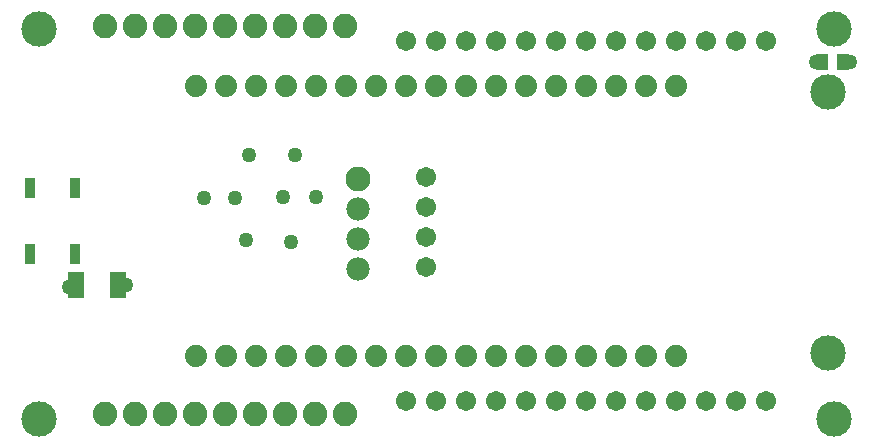
<source format=gbr>
G04 EAGLE Gerber RS-274X export*
G75*
%MOMM*%
%FSLAX34Y34*%
%LPD*%
%INSoldermask Bottom*%
%IPPOS*%
%AMOC8*
5,1,8,0,0,1.08239X$1,22.5*%
G01*
%ADD10C,3.003200*%
%ADD11C,1.981200*%
%ADD12C,2.103200*%
%ADD13C,1.711200*%
%ADD14R,1.473200X2.263200*%
%ADD15R,1.003200X1.403200*%
%ADD16R,0.965200X1.727200*%
%ADD17C,1.879600*%
%ADD18C,2.082800*%
%ADD19C,1.259600*%


D10*
X695960Y82550D03*
X695960Y303530D03*
X701040Y356870D03*
X701040Y26670D03*
X27940Y356870D03*
X27940Y26670D03*
D11*
X298450Y153670D03*
X298450Y179070D03*
X298450Y204470D03*
D12*
X298450Y229870D03*
D13*
X643890Y346710D03*
X618490Y346710D03*
X593090Y346710D03*
X567690Y346710D03*
X542290Y346710D03*
X516890Y346710D03*
X491490Y346710D03*
X466090Y346710D03*
X440690Y346710D03*
X415290Y346710D03*
X389890Y346710D03*
X364490Y346710D03*
X339090Y346710D03*
X339090Y41910D03*
X364490Y41910D03*
X389890Y41910D03*
X415290Y41910D03*
X440690Y41910D03*
X466090Y41910D03*
X491490Y41910D03*
X516890Y41910D03*
X542290Y41910D03*
X567690Y41910D03*
X593090Y41910D03*
X618490Y41910D03*
X643890Y41910D03*
D14*
X95020Y139700D03*
X59920Y139700D03*
D13*
X355600Y231140D03*
X355600Y205740D03*
X355600Y180340D03*
X355600Y154940D03*
D15*
X690770Y328930D03*
X708770Y328930D03*
D16*
X58420Y166370D03*
X58420Y222250D03*
X20320Y166370D03*
X20320Y222250D03*
D17*
X567690Y308610D03*
X542290Y308610D03*
X516890Y308610D03*
X491490Y308610D03*
X466090Y308610D03*
X440690Y308610D03*
X415290Y308610D03*
X389890Y308610D03*
X364490Y308610D03*
X339090Y308610D03*
X313690Y308610D03*
X288290Y308610D03*
X262890Y308610D03*
X237490Y308610D03*
X212090Y308610D03*
X186690Y308610D03*
X161290Y308610D03*
X161290Y80010D03*
X186690Y80010D03*
X212090Y80010D03*
X237490Y80010D03*
X262890Y80010D03*
X288290Y80010D03*
X313690Y80010D03*
X339090Y80010D03*
X364490Y80010D03*
X389890Y80010D03*
X415290Y80010D03*
X440690Y80010D03*
X466090Y80010D03*
X491490Y80010D03*
X516890Y80010D03*
X542290Y80010D03*
X567690Y80010D03*
D18*
X83820Y30480D03*
X109220Y30480D03*
X134620Y30480D03*
X160020Y30480D03*
X185420Y30480D03*
X210820Y30480D03*
X236220Y30480D03*
X261620Y30480D03*
X287020Y30480D03*
X83820Y359410D03*
X109220Y359410D03*
X134620Y359410D03*
X160020Y359410D03*
X185420Y359410D03*
X210820Y359410D03*
X236220Y359410D03*
X261620Y359410D03*
X287020Y359410D03*
D19*
X715010Y328930D03*
X205740Y250190D03*
X167640Y213360D03*
X234950Y214630D03*
X241300Y176530D03*
X101600Y139700D03*
X194310Y213360D03*
X203200Y177800D03*
X685800Y328930D03*
X245110Y250190D03*
X262890Y214630D03*
X53340Y138430D03*
M02*

</source>
